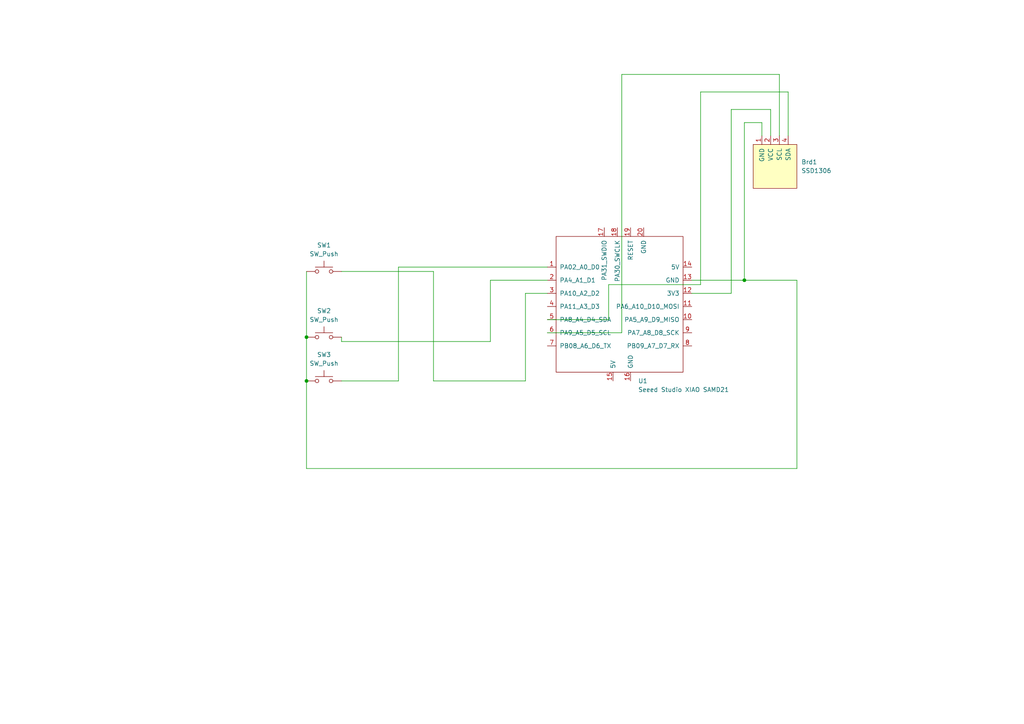
<source format=kicad_sch>
(kicad_sch (version 20231120) (generator "eeschema") (generator_version "8.0")
  (paper "A4")
  (lib_symbols
    (symbol "SSD1306-128x64_OLED:SSD1306" (pin_names (offset 1.016))
      (property "Reference" "Brd" (at 0 -3.81 0))
      (property "Value" "SSD1306" (at 0 -1.27 0))
      (symbol "SSD1306_0_1"
        (rectangle (start -6.35 6.35) (end 6.35 -6.35) (fill (type background)))
      )
      (symbol "SSD1306_1_1"
        (pin input line (at -3.81 8.89 270) (length 2.54) (name "GND") (number "1"))
        (pin input line (at -1.27 8.89 270) (length 2.54) (name "VCC") (number "2"))
        (pin input line (at 1.27 8.89 270) (length 2.54) (name "SCL") (number "3"))
        (pin input line (at 3.81 8.89 270) (length 2.54) (name "SDA") (number "4"))
      )
    )
    (symbol "Seeed_Studio_XIAO_Series:Seeed Studio XIAO SAMD21" (pin_names (offset 1.016))
      (property "Reference" "U" (at -19.05 22.86 0))
      (property "Value" "Seeed Studio XIAO SAMD21" (at -12.7 21.59 0))
      (symbol "Seeed Studio XIAO SAMD21_0_1"
        (rectangle (start -19.05 20.32) (end 17.78 -19.05))
      )
      (symbol "Seeed Studio XIAO SAMD21_1_1"
        (pin unspecified line (at -21.59 11.43 0) (length 2.54) (name "PA02_A0_D0") (number "1"))
        (pin unspecified line (at 20.32 -3.81 180) (length 2.54) (name "PA5_A9_D9_MISO") (number "10"))
        (pin unspecified line (at 20.32 0 180) (length 2.54) (name "PA6_A10_D10_MOSI") (number "11"))
        (pin unspecified line (at 20.32 3.81 180) (length 2.54) (name "3V3") (number "12"))
        (pin unspecified line (at 20.32 7.62 180) (length 2.54) (name "GND") (number "13"))
        (pin unspecified line (at 20.32 11.43 180) (length 2.54) (name "5V") (number "14"))
        (pin input line (at -2.54 -21.59 90) (length 2.54) (name "5V") (number "15"))
        (pin input line (at 2.54 -21.59 90) (length 2.54) (name "GND") (number "16"))
        (pin input line (at -5.08 22.86 270) (length 2.54) (name "PA31_SWDIO") (number "17"))
        (pin input line (at -1.27 22.86 270) (length 2.54) (name "PA30_SWCLK") (number "18"))
        (pin input line (at 2.54 22.86 270) (length 2.54) (name "RESET") (number "19"))
        (pin unspecified line (at -21.59 7.62 0) (length 2.54) (name "PA4_A1_D1") (number "2"))
        (pin input line (at 6.35 22.86 270) (length 2.54) (name "GND") (number "20"))
        (pin unspecified line (at -21.59 3.81 0) (length 2.54) (name "PA10_A2_D2") (number "3"))
        (pin unspecified line (at -21.59 0 0) (length 2.54) (name "PA11_A3_D3") (number "4"))
        (pin unspecified line (at -21.59 -3.81 0) (length 2.54) (name "PA8_A4_D4_SDA") (number "5"))
        (pin unspecified line (at -21.59 -7.62 0) (length 2.54) (name "PA9_A5_D5_SCL") (number "6"))
        (pin unspecified line (at -21.59 -11.43 0) (length 2.54) (name "PB08_A6_D6_TX") (number "7"))
        (pin unspecified line (at 20.32 -11.43 180) (length 2.54) (name "PB09_A7_D7_RX") (number "8"))
        (pin unspecified line (at 20.32 -7.62 180) (length 2.54) (name "PA7_A8_D8_SCK") (number "9"))
      )
    )
    (symbol "Switch:SW_Push" (pin_numbers hide) (pin_names (offset 1.016) hide)
      (property "Reference" "SW" (at 1.27 2.54 0))
      (property "Value" "SW_Push" (at 0 -1.524 0))
      (symbol "SW_Push_0_1"
        (circle (center -2.032 0) (radius 0.508))
        (polyline (pts (xy 0 1.27) (xy 0 3.048)))
        (polyline (pts (xy 2.54 1.27) (xy -2.54 1.27)))
        (circle (center 2.032 0) (radius 0.508))
        (pin passive line (at -5.08 0 0) (length 2.54) (name "1") (number "1"))
        (pin passive line (at 5.08 0 180) (length 2.54) (name "2") (number "2"))
      )
    )
  )
  (junction (at 88.9 110.49))
  (junction (at 215.9 81.28))
  (junction (at 88.9 97.79))
  (wire (pts (xy 212.09 31.75) (xy 223.52 31.75)))
  (wire (pts (xy 212.09 31.75) (xy 212.09 85.09)))
  (wire (pts (xy 152.4 85.09) (xy 158.75 85.09)))
  (wire (pts (xy 203.2 26.67) (xy 228.6 26.67)))
  (wire (pts (xy 125.73 78.74) (xy 125.73 110.49)))
  (wire (pts (xy 215.9 81.28) (xy 231.14 81.28)))
  (wire (pts (xy 223.52 31.75) (xy 223.52 39.37)))
  (wire (pts (xy 176.53 92.71) (xy 176.53 82.55)))
  (wire (pts (xy 99.06 78.74) (xy 125.73 78.74)))
  (wire (pts (xy 115.57 77.47) (xy 115.57 110.49)))
  (wire (pts (xy 158.75 81.28) (xy 142.24 81.28)))
  (wire (pts (xy 99.06 99.06) (xy 99.06 97.79)))
  (wire (pts (xy 88.9 135.89) (xy 231.14 135.89)))
  (wire (pts (xy 88.9 135.89) (xy 88.9 110.49)))
  (wire (pts (xy 115.57 110.49) (xy 99.06 110.49)))
  (wire (pts (xy 180.34 21.59) (xy 180.34 96.52)))
  (wire (pts (xy 88.9 78.74) (xy 88.9 97.79)))
  (wire (pts (xy 125.73 110.49) (xy 152.4 110.49)))
  (wire (pts (xy 180.34 96.52) (xy 158.75 96.52)))
  (wire (pts (xy 215.9 81.28) (xy 215.9 35.56)))
  (wire (pts (xy 158.75 77.47) (xy 115.57 77.47)))
  (wire (pts (xy 158.75 92.71) (xy 176.53 92.71)))
  (wire (pts (xy 142.24 99.06) (xy 99.06 99.06)))
  (wire (pts (xy 203.2 82.55) (xy 203.2 26.67)))
  (wire (pts (xy 200.66 81.28) (xy 215.9 81.28)))
  (wire (pts (xy 226.06 21.59) (xy 180.34 21.59)))
  (wire (pts (xy 228.6 26.67) (xy 228.6 39.37)))
  (wire (pts (xy 226.06 39.37) (xy 226.06 21.59)))
  (wire (pts (xy 220.98 35.56) (xy 220.98 39.37)))
  (wire (pts (xy 215.9 35.56) (xy 220.98 35.56)))
  (wire (pts (xy 212.09 85.09) (xy 200.66 85.09)))
  (wire (pts (xy 142.24 81.28) (xy 142.24 99.06)))
  (wire (pts (xy 152.4 110.49) (xy 152.4 85.09)))
  (wire (pts (xy 176.53 82.55) (xy 203.2 82.55)))
  (wire (pts (xy 231.14 81.28) (xy 231.14 135.89)))
  (wire (pts (xy 88.9 97.79) (xy 88.9 110.49)))
  (symbol (lib_id "Switch:SW_Push") (at 93.98 110.49 0) (unit 1)
    (property "Reference" "SW3" (at 93.98 102.87 0))
    (property "Value" "SW_Push" (at 93.98 105.41 0))
    (property "Footprint" "Button_Switch_Keyboard:SW_Cherry_MX_1.00u_PCB" (effects (hide yes)))
    (property "Description" "Push button switch, generic, two pins" (effects (hide yes)))
  )
  (symbol (lib_id "Seeed_Studio_XIAO_Series:Seeed Studio XIAO SAMD21") (at 180.34 88.9 0) (unit 1)
    (property "Reference" "U1" (at 185.0741 110.49 0) (effects (justify left)))
    (property "Value" "Seeed Studio XIAO SAMD21" (at 185.0741 113.03 0) (effects (justify left)))
    (property "Footprint" "hackclub hackpad main hackpads-orpheuspad_pcb_libraries_OPL_Kicad_Library_Seeed Studio XIAO Series Library:XIAO-Generic-Thruhole-14P-2.54-21X17.8MM" (effects (hide yes)))
  )
  (symbol (lib_id "Switch:SW_Push") (at 93.98 78.74 0) (unit 1)
    (property "Reference" "SW1" (at 93.98 71.12 0))
    (property "Value" "SW_Push" (at 93.98 73.66 0))
    (property "Footprint" "Button_Switch_Keyboard:SW_Cherry_MX_1.00u_PCB" (effects (hide yes)))
    (property "Description" "Push button switch, generic, two pins" (effects (hide yes)))
  )
  (symbol (lib_id "Switch:SW_Push") (at 93.98 97.79 0) (unit 1)
    (property "Reference" "SW2" (at 93.98 90.17 0))
    (property "Value" "SW_Push" (at 93.98 92.71 0))
    (property "Footprint" "Button_Switch_Keyboard:SW_Cherry_MX_1.00u_PCB" (effects (hide yes)))
    (property "Description" "Push button switch, generic, two pins" (effects (hide yes)))
  )
  (symbol (lib_id "SSD1306-128x64_OLED:SSD1306") (at 224.79 48.26 0) (unit 1)
    (property "Reference" "Brd1" (at 232.41 46.9899 0) (effects (justify left)))
    (property "Value" "SSD1306" (at 232.41 49.5299 0) (effects (justify left)))
    (property "Footprint" "SSD1306:128x64OLED" (effects (hide yes)))
    (property "Description" "SSD1306 OLED" (effects (hide yes)))
  )
)
</source>
